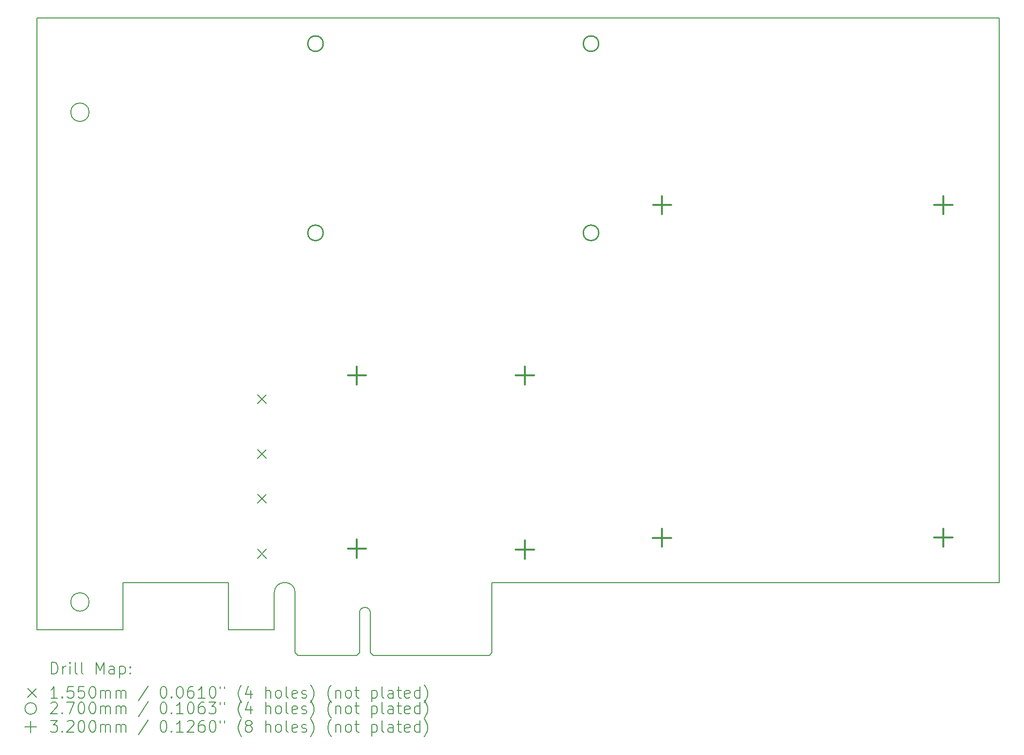
<source format=gbr>
%TF.GenerationSoftware,KiCad,Pcbnew,8.0.4*%
%TF.CreationDate,2024-08-19T13:54:43+02:00*%
%TF.ProjectId,ULX4M-PCIe-IO_x4_half,554c5834-4d2d-4504-9349-652d494f5f78,rev?*%
%TF.SameCoordinates,Original*%
%TF.FileFunction,Drillmap*%
%TF.FilePolarity,Positive*%
%FSLAX45Y45*%
G04 Gerber Fmt 4.5, Leading zero omitted, Abs format (unit mm)*
G04 Created by KiCad (PCBNEW 8.0.4) date 2024-08-19 13:54:43*
%MOMM*%
%LPD*%
G01*
G04 APERTURE LIST*
%ADD10C,0.150000*%
%ADD11C,0.200000*%
%ADD12C,0.155000*%
%ADD13C,0.270000*%
%ADD14C,0.320000*%
G04 APERTURE END LIST*
D10*
X23212770Y-18137500D02*
X14377500Y-18137500D01*
X10997500Y-19412500D02*
X12017500Y-19412500D01*
X12257500Y-19362500D02*
X12307500Y-19412500D01*
X10582500Y-18320000D02*
G75*
G02*
X10947500Y-18320000I182500J0D01*
G01*
X7947500Y-18962500D02*
X7947500Y-18137500D01*
X14327500Y-19412500D02*
X12307500Y-19412500D01*
X9782500Y-18137500D02*
X9782500Y-18962500D01*
X23212500Y-8297500D02*
X23212770Y-18137500D01*
X7947500Y-18137500D02*
X9782500Y-18137500D01*
X9782500Y-18962500D02*
X10582500Y-18962500D01*
X7357500Y-9937500D02*
G75*
G02*
X7037500Y-9937500I-160000J0D01*
G01*
X7037500Y-9937500D02*
G75*
G02*
X7357500Y-9937500I160000J0D01*
G01*
X6447500Y-8297500D02*
X23212500Y-8297500D01*
X12257500Y-18667500D02*
X12257500Y-19362500D01*
X12067500Y-19362500D02*
X12067500Y-18667500D01*
X10947500Y-19362500D02*
X10997500Y-19412500D01*
X12067500Y-18667500D02*
G75*
G02*
X12257500Y-18667500I95000J0D01*
G01*
X6447500Y-8297500D02*
X6447500Y-18962500D01*
X12017500Y-19412500D02*
X12067500Y-19362500D01*
X14377500Y-18137500D02*
X14377500Y-19362500D01*
X7357500Y-18477500D02*
G75*
G02*
X7037500Y-18477500I-160000J0D01*
G01*
X7037500Y-18477500D02*
G75*
G02*
X7357500Y-18477500I160000J0D01*
G01*
X14377500Y-19362500D02*
X14327500Y-19412500D01*
X6447500Y-18962500D02*
X7947500Y-18962500D01*
X10582500Y-18962500D02*
X10582500Y-18320000D01*
X10947500Y-18320000D02*
X10947500Y-19362500D01*
D11*
D12*
X10292500Y-16600000D02*
X10447500Y-16755000D01*
X10447500Y-16600000D02*
X10292500Y-16755000D01*
X10292500Y-17560000D02*
X10447500Y-17715000D01*
X10447500Y-17560000D02*
X10292500Y-17715000D01*
X10293500Y-14862000D02*
X10448500Y-15017000D01*
X10448500Y-14862000D02*
X10293500Y-15017000D01*
X10293500Y-15822000D02*
X10448500Y-15977000D01*
X10448500Y-15822000D02*
X10293500Y-15977000D01*
D13*
X11436500Y-8741500D02*
G75*
G02*
X11166500Y-8741500I-135000J0D01*
G01*
X11166500Y-8741500D02*
G75*
G02*
X11436500Y-8741500I135000J0D01*
G01*
X11436500Y-12041500D02*
G75*
G02*
X11166500Y-12041500I-135000J0D01*
G01*
X11166500Y-12041500D02*
G75*
G02*
X11436500Y-12041500I135000J0D01*
G01*
X16236500Y-8741500D02*
G75*
G02*
X15966500Y-8741500I-135000J0D01*
G01*
X15966500Y-8741500D02*
G75*
G02*
X16236500Y-8741500I135000J0D01*
G01*
X16236500Y-12041500D02*
G75*
G02*
X15966500Y-12041500I-135000J0D01*
G01*
X15966500Y-12041500D02*
G75*
G02*
X16236500Y-12041500I135000J0D01*
G01*
D14*
X12023500Y-14369500D02*
X12023500Y-14689500D01*
X11863500Y-14529500D02*
X12183500Y-14529500D01*
X12023500Y-17387500D02*
X12023500Y-17707500D01*
X11863500Y-17547500D02*
X12183500Y-17547500D01*
X14947774Y-17405816D02*
X14947774Y-17725816D01*
X14787774Y-17565816D02*
X15107774Y-17565816D01*
X14951500Y-14369500D02*
X14951500Y-14689500D01*
X14791500Y-14529500D02*
X15111500Y-14529500D01*
X17339000Y-17198000D02*
X17339000Y-17518000D01*
X17179000Y-17358000D02*
X17499000Y-17358000D01*
X17341000Y-11397000D02*
X17341000Y-11717000D01*
X17181000Y-11557000D02*
X17501000Y-11557000D01*
X22240000Y-17197000D02*
X22240000Y-17517000D01*
X22080000Y-17357000D02*
X22400000Y-17357000D01*
X22241000Y-11397000D02*
X22241000Y-11717000D01*
X22081000Y-11557000D02*
X22401000Y-11557000D01*
D11*
X6700777Y-19731484D02*
X6700777Y-19531484D01*
X6700777Y-19531484D02*
X6748396Y-19531484D01*
X6748396Y-19531484D02*
X6776967Y-19541008D01*
X6776967Y-19541008D02*
X6796015Y-19560055D01*
X6796015Y-19560055D02*
X6805539Y-19579103D01*
X6805539Y-19579103D02*
X6815062Y-19617198D01*
X6815062Y-19617198D02*
X6815062Y-19645770D01*
X6815062Y-19645770D02*
X6805539Y-19683865D01*
X6805539Y-19683865D02*
X6796015Y-19702912D01*
X6796015Y-19702912D02*
X6776967Y-19721960D01*
X6776967Y-19721960D02*
X6748396Y-19731484D01*
X6748396Y-19731484D02*
X6700777Y-19731484D01*
X6900777Y-19731484D02*
X6900777Y-19598150D01*
X6900777Y-19636246D02*
X6910301Y-19617198D01*
X6910301Y-19617198D02*
X6919824Y-19607674D01*
X6919824Y-19607674D02*
X6938872Y-19598150D01*
X6938872Y-19598150D02*
X6957920Y-19598150D01*
X7024586Y-19731484D02*
X7024586Y-19598150D01*
X7024586Y-19531484D02*
X7015062Y-19541008D01*
X7015062Y-19541008D02*
X7024586Y-19550531D01*
X7024586Y-19550531D02*
X7034110Y-19541008D01*
X7034110Y-19541008D02*
X7024586Y-19531484D01*
X7024586Y-19531484D02*
X7024586Y-19550531D01*
X7148396Y-19731484D02*
X7129348Y-19721960D01*
X7129348Y-19721960D02*
X7119824Y-19702912D01*
X7119824Y-19702912D02*
X7119824Y-19531484D01*
X7253158Y-19731484D02*
X7234110Y-19721960D01*
X7234110Y-19721960D02*
X7224586Y-19702912D01*
X7224586Y-19702912D02*
X7224586Y-19531484D01*
X7481729Y-19731484D02*
X7481729Y-19531484D01*
X7481729Y-19531484D02*
X7548396Y-19674341D01*
X7548396Y-19674341D02*
X7615062Y-19531484D01*
X7615062Y-19531484D02*
X7615062Y-19731484D01*
X7796015Y-19731484D02*
X7796015Y-19626722D01*
X7796015Y-19626722D02*
X7786491Y-19607674D01*
X7786491Y-19607674D02*
X7767443Y-19598150D01*
X7767443Y-19598150D02*
X7729348Y-19598150D01*
X7729348Y-19598150D02*
X7710301Y-19607674D01*
X7796015Y-19721960D02*
X7776967Y-19731484D01*
X7776967Y-19731484D02*
X7729348Y-19731484D01*
X7729348Y-19731484D02*
X7710301Y-19721960D01*
X7710301Y-19721960D02*
X7700777Y-19702912D01*
X7700777Y-19702912D02*
X7700777Y-19683865D01*
X7700777Y-19683865D02*
X7710301Y-19664817D01*
X7710301Y-19664817D02*
X7729348Y-19655293D01*
X7729348Y-19655293D02*
X7776967Y-19655293D01*
X7776967Y-19655293D02*
X7796015Y-19645770D01*
X7891253Y-19598150D02*
X7891253Y-19798150D01*
X7891253Y-19607674D02*
X7910301Y-19598150D01*
X7910301Y-19598150D02*
X7948396Y-19598150D01*
X7948396Y-19598150D02*
X7967443Y-19607674D01*
X7967443Y-19607674D02*
X7976967Y-19617198D01*
X7976967Y-19617198D02*
X7986491Y-19636246D01*
X7986491Y-19636246D02*
X7986491Y-19693389D01*
X7986491Y-19693389D02*
X7976967Y-19712436D01*
X7976967Y-19712436D02*
X7967443Y-19721960D01*
X7967443Y-19721960D02*
X7948396Y-19731484D01*
X7948396Y-19731484D02*
X7910301Y-19731484D01*
X7910301Y-19731484D02*
X7891253Y-19721960D01*
X8072205Y-19712436D02*
X8081729Y-19721960D01*
X8081729Y-19721960D02*
X8072205Y-19731484D01*
X8072205Y-19731484D02*
X8062682Y-19721960D01*
X8062682Y-19721960D02*
X8072205Y-19712436D01*
X8072205Y-19712436D02*
X8072205Y-19731484D01*
X8072205Y-19607674D02*
X8081729Y-19617198D01*
X8081729Y-19617198D02*
X8072205Y-19626722D01*
X8072205Y-19626722D02*
X8062682Y-19617198D01*
X8062682Y-19617198D02*
X8072205Y-19607674D01*
X8072205Y-19607674D02*
X8072205Y-19626722D01*
D12*
X6285000Y-19982500D02*
X6440000Y-20137500D01*
X6440000Y-19982500D02*
X6285000Y-20137500D01*
D11*
X6805539Y-20151484D02*
X6691253Y-20151484D01*
X6748396Y-20151484D02*
X6748396Y-19951484D01*
X6748396Y-19951484D02*
X6729348Y-19980055D01*
X6729348Y-19980055D02*
X6710301Y-19999103D01*
X6710301Y-19999103D02*
X6691253Y-20008627D01*
X6891253Y-20132436D02*
X6900777Y-20141960D01*
X6900777Y-20141960D02*
X6891253Y-20151484D01*
X6891253Y-20151484D02*
X6881729Y-20141960D01*
X6881729Y-20141960D02*
X6891253Y-20132436D01*
X6891253Y-20132436D02*
X6891253Y-20151484D01*
X7081729Y-19951484D02*
X6986491Y-19951484D01*
X6986491Y-19951484D02*
X6976967Y-20046722D01*
X6976967Y-20046722D02*
X6986491Y-20037198D01*
X6986491Y-20037198D02*
X7005539Y-20027674D01*
X7005539Y-20027674D02*
X7053158Y-20027674D01*
X7053158Y-20027674D02*
X7072205Y-20037198D01*
X7072205Y-20037198D02*
X7081729Y-20046722D01*
X7081729Y-20046722D02*
X7091253Y-20065770D01*
X7091253Y-20065770D02*
X7091253Y-20113389D01*
X7091253Y-20113389D02*
X7081729Y-20132436D01*
X7081729Y-20132436D02*
X7072205Y-20141960D01*
X7072205Y-20141960D02*
X7053158Y-20151484D01*
X7053158Y-20151484D02*
X7005539Y-20151484D01*
X7005539Y-20151484D02*
X6986491Y-20141960D01*
X6986491Y-20141960D02*
X6976967Y-20132436D01*
X7272205Y-19951484D02*
X7176967Y-19951484D01*
X7176967Y-19951484D02*
X7167443Y-20046722D01*
X7167443Y-20046722D02*
X7176967Y-20037198D01*
X7176967Y-20037198D02*
X7196015Y-20027674D01*
X7196015Y-20027674D02*
X7243634Y-20027674D01*
X7243634Y-20027674D02*
X7262682Y-20037198D01*
X7262682Y-20037198D02*
X7272205Y-20046722D01*
X7272205Y-20046722D02*
X7281729Y-20065770D01*
X7281729Y-20065770D02*
X7281729Y-20113389D01*
X7281729Y-20113389D02*
X7272205Y-20132436D01*
X7272205Y-20132436D02*
X7262682Y-20141960D01*
X7262682Y-20141960D02*
X7243634Y-20151484D01*
X7243634Y-20151484D02*
X7196015Y-20151484D01*
X7196015Y-20151484D02*
X7176967Y-20141960D01*
X7176967Y-20141960D02*
X7167443Y-20132436D01*
X7405539Y-19951484D02*
X7424586Y-19951484D01*
X7424586Y-19951484D02*
X7443634Y-19961008D01*
X7443634Y-19961008D02*
X7453158Y-19970531D01*
X7453158Y-19970531D02*
X7462682Y-19989579D01*
X7462682Y-19989579D02*
X7472205Y-20027674D01*
X7472205Y-20027674D02*
X7472205Y-20075293D01*
X7472205Y-20075293D02*
X7462682Y-20113389D01*
X7462682Y-20113389D02*
X7453158Y-20132436D01*
X7453158Y-20132436D02*
X7443634Y-20141960D01*
X7443634Y-20141960D02*
X7424586Y-20151484D01*
X7424586Y-20151484D02*
X7405539Y-20151484D01*
X7405539Y-20151484D02*
X7386491Y-20141960D01*
X7386491Y-20141960D02*
X7376967Y-20132436D01*
X7376967Y-20132436D02*
X7367443Y-20113389D01*
X7367443Y-20113389D02*
X7357920Y-20075293D01*
X7357920Y-20075293D02*
X7357920Y-20027674D01*
X7357920Y-20027674D02*
X7367443Y-19989579D01*
X7367443Y-19989579D02*
X7376967Y-19970531D01*
X7376967Y-19970531D02*
X7386491Y-19961008D01*
X7386491Y-19961008D02*
X7405539Y-19951484D01*
X7557920Y-20151484D02*
X7557920Y-20018150D01*
X7557920Y-20037198D02*
X7567443Y-20027674D01*
X7567443Y-20027674D02*
X7586491Y-20018150D01*
X7586491Y-20018150D02*
X7615063Y-20018150D01*
X7615063Y-20018150D02*
X7634110Y-20027674D01*
X7634110Y-20027674D02*
X7643634Y-20046722D01*
X7643634Y-20046722D02*
X7643634Y-20151484D01*
X7643634Y-20046722D02*
X7653158Y-20027674D01*
X7653158Y-20027674D02*
X7672205Y-20018150D01*
X7672205Y-20018150D02*
X7700777Y-20018150D01*
X7700777Y-20018150D02*
X7719824Y-20027674D01*
X7719824Y-20027674D02*
X7729348Y-20046722D01*
X7729348Y-20046722D02*
X7729348Y-20151484D01*
X7824586Y-20151484D02*
X7824586Y-20018150D01*
X7824586Y-20037198D02*
X7834110Y-20027674D01*
X7834110Y-20027674D02*
X7853158Y-20018150D01*
X7853158Y-20018150D02*
X7881729Y-20018150D01*
X7881729Y-20018150D02*
X7900777Y-20027674D01*
X7900777Y-20027674D02*
X7910301Y-20046722D01*
X7910301Y-20046722D02*
X7910301Y-20151484D01*
X7910301Y-20046722D02*
X7919824Y-20027674D01*
X7919824Y-20027674D02*
X7938872Y-20018150D01*
X7938872Y-20018150D02*
X7967443Y-20018150D01*
X7967443Y-20018150D02*
X7986491Y-20027674D01*
X7986491Y-20027674D02*
X7996015Y-20046722D01*
X7996015Y-20046722D02*
X7996015Y-20151484D01*
X8386491Y-19941960D02*
X8215063Y-20199103D01*
X8643634Y-19951484D02*
X8662682Y-19951484D01*
X8662682Y-19951484D02*
X8681729Y-19961008D01*
X8681729Y-19961008D02*
X8691253Y-19970531D01*
X8691253Y-19970531D02*
X8700777Y-19989579D01*
X8700777Y-19989579D02*
X8710301Y-20027674D01*
X8710301Y-20027674D02*
X8710301Y-20075293D01*
X8710301Y-20075293D02*
X8700777Y-20113389D01*
X8700777Y-20113389D02*
X8691253Y-20132436D01*
X8691253Y-20132436D02*
X8681729Y-20141960D01*
X8681729Y-20141960D02*
X8662682Y-20151484D01*
X8662682Y-20151484D02*
X8643634Y-20151484D01*
X8643634Y-20151484D02*
X8624587Y-20141960D01*
X8624587Y-20141960D02*
X8615063Y-20132436D01*
X8615063Y-20132436D02*
X8605539Y-20113389D01*
X8605539Y-20113389D02*
X8596015Y-20075293D01*
X8596015Y-20075293D02*
X8596015Y-20027674D01*
X8596015Y-20027674D02*
X8605539Y-19989579D01*
X8605539Y-19989579D02*
X8615063Y-19970531D01*
X8615063Y-19970531D02*
X8624587Y-19961008D01*
X8624587Y-19961008D02*
X8643634Y-19951484D01*
X8796015Y-20132436D02*
X8805539Y-20141960D01*
X8805539Y-20141960D02*
X8796015Y-20151484D01*
X8796015Y-20151484D02*
X8786491Y-20141960D01*
X8786491Y-20141960D02*
X8796015Y-20132436D01*
X8796015Y-20132436D02*
X8796015Y-20151484D01*
X8929348Y-19951484D02*
X8948396Y-19951484D01*
X8948396Y-19951484D02*
X8967444Y-19961008D01*
X8967444Y-19961008D02*
X8976968Y-19970531D01*
X8976968Y-19970531D02*
X8986491Y-19989579D01*
X8986491Y-19989579D02*
X8996015Y-20027674D01*
X8996015Y-20027674D02*
X8996015Y-20075293D01*
X8996015Y-20075293D02*
X8986491Y-20113389D01*
X8986491Y-20113389D02*
X8976968Y-20132436D01*
X8976968Y-20132436D02*
X8967444Y-20141960D01*
X8967444Y-20141960D02*
X8948396Y-20151484D01*
X8948396Y-20151484D02*
X8929348Y-20151484D01*
X8929348Y-20151484D02*
X8910301Y-20141960D01*
X8910301Y-20141960D02*
X8900777Y-20132436D01*
X8900777Y-20132436D02*
X8891253Y-20113389D01*
X8891253Y-20113389D02*
X8881729Y-20075293D01*
X8881729Y-20075293D02*
X8881729Y-20027674D01*
X8881729Y-20027674D02*
X8891253Y-19989579D01*
X8891253Y-19989579D02*
X8900777Y-19970531D01*
X8900777Y-19970531D02*
X8910301Y-19961008D01*
X8910301Y-19961008D02*
X8929348Y-19951484D01*
X9167444Y-19951484D02*
X9129348Y-19951484D01*
X9129348Y-19951484D02*
X9110301Y-19961008D01*
X9110301Y-19961008D02*
X9100777Y-19970531D01*
X9100777Y-19970531D02*
X9081729Y-19999103D01*
X9081729Y-19999103D02*
X9072206Y-20037198D01*
X9072206Y-20037198D02*
X9072206Y-20113389D01*
X9072206Y-20113389D02*
X9081729Y-20132436D01*
X9081729Y-20132436D02*
X9091253Y-20141960D01*
X9091253Y-20141960D02*
X9110301Y-20151484D01*
X9110301Y-20151484D02*
X9148396Y-20151484D01*
X9148396Y-20151484D02*
X9167444Y-20141960D01*
X9167444Y-20141960D02*
X9176968Y-20132436D01*
X9176968Y-20132436D02*
X9186491Y-20113389D01*
X9186491Y-20113389D02*
X9186491Y-20065770D01*
X9186491Y-20065770D02*
X9176968Y-20046722D01*
X9176968Y-20046722D02*
X9167444Y-20037198D01*
X9167444Y-20037198D02*
X9148396Y-20027674D01*
X9148396Y-20027674D02*
X9110301Y-20027674D01*
X9110301Y-20027674D02*
X9091253Y-20037198D01*
X9091253Y-20037198D02*
X9081729Y-20046722D01*
X9081729Y-20046722D02*
X9072206Y-20065770D01*
X9376968Y-20151484D02*
X9262682Y-20151484D01*
X9319825Y-20151484D02*
X9319825Y-19951484D01*
X9319825Y-19951484D02*
X9300777Y-19980055D01*
X9300777Y-19980055D02*
X9281729Y-19999103D01*
X9281729Y-19999103D02*
X9262682Y-20008627D01*
X9500777Y-19951484D02*
X9519825Y-19951484D01*
X9519825Y-19951484D02*
X9538872Y-19961008D01*
X9538872Y-19961008D02*
X9548396Y-19970531D01*
X9548396Y-19970531D02*
X9557920Y-19989579D01*
X9557920Y-19989579D02*
X9567444Y-20027674D01*
X9567444Y-20027674D02*
X9567444Y-20075293D01*
X9567444Y-20075293D02*
X9557920Y-20113389D01*
X9557920Y-20113389D02*
X9548396Y-20132436D01*
X9548396Y-20132436D02*
X9538872Y-20141960D01*
X9538872Y-20141960D02*
X9519825Y-20151484D01*
X9519825Y-20151484D02*
X9500777Y-20151484D01*
X9500777Y-20151484D02*
X9481729Y-20141960D01*
X9481729Y-20141960D02*
X9472206Y-20132436D01*
X9472206Y-20132436D02*
X9462682Y-20113389D01*
X9462682Y-20113389D02*
X9453158Y-20075293D01*
X9453158Y-20075293D02*
X9453158Y-20027674D01*
X9453158Y-20027674D02*
X9462682Y-19989579D01*
X9462682Y-19989579D02*
X9472206Y-19970531D01*
X9472206Y-19970531D02*
X9481729Y-19961008D01*
X9481729Y-19961008D02*
X9500777Y-19951484D01*
X9643634Y-19951484D02*
X9643634Y-19989579D01*
X9719825Y-19951484D02*
X9719825Y-19989579D01*
X10015063Y-20227674D02*
X10005539Y-20218150D01*
X10005539Y-20218150D02*
X9986491Y-20189579D01*
X9986491Y-20189579D02*
X9976968Y-20170531D01*
X9976968Y-20170531D02*
X9967444Y-20141960D01*
X9967444Y-20141960D02*
X9957920Y-20094341D01*
X9957920Y-20094341D02*
X9957920Y-20056246D01*
X9957920Y-20056246D02*
X9967444Y-20008627D01*
X9967444Y-20008627D02*
X9976968Y-19980055D01*
X9976968Y-19980055D02*
X9986491Y-19961008D01*
X9986491Y-19961008D02*
X10005539Y-19932436D01*
X10005539Y-19932436D02*
X10015063Y-19922912D01*
X10176968Y-20018150D02*
X10176968Y-20151484D01*
X10129349Y-19941960D02*
X10081730Y-20084817D01*
X10081730Y-20084817D02*
X10205539Y-20084817D01*
X10434111Y-20151484D02*
X10434111Y-19951484D01*
X10519825Y-20151484D02*
X10519825Y-20046722D01*
X10519825Y-20046722D02*
X10510301Y-20027674D01*
X10510301Y-20027674D02*
X10491253Y-20018150D01*
X10491253Y-20018150D02*
X10462682Y-20018150D01*
X10462682Y-20018150D02*
X10443634Y-20027674D01*
X10443634Y-20027674D02*
X10434111Y-20037198D01*
X10643634Y-20151484D02*
X10624587Y-20141960D01*
X10624587Y-20141960D02*
X10615063Y-20132436D01*
X10615063Y-20132436D02*
X10605539Y-20113389D01*
X10605539Y-20113389D02*
X10605539Y-20056246D01*
X10605539Y-20056246D02*
X10615063Y-20037198D01*
X10615063Y-20037198D02*
X10624587Y-20027674D01*
X10624587Y-20027674D02*
X10643634Y-20018150D01*
X10643634Y-20018150D02*
X10672206Y-20018150D01*
X10672206Y-20018150D02*
X10691253Y-20027674D01*
X10691253Y-20027674D02*
X10700777Y-20037198D01*
X10700777Y-20037198D02*
X10710301Y-20056246D01*
X10710301Y-20056246D02*
X10710301Y-20113389D01*
X10710301Y-20113389D02*
X10700777Y-20132436D01*
X10700777Y-20132436D02*
X10691253Y-20141960D01*
X10691253Y-20141960D02*
X10672206Y-20151484D01*
X10672206Y-20151484D02*
X10643634Y-20151484D01*
X10824587Y-20151484D02*
X10805539Y-20141960D01*
X10805539Y-20141960D02*
X10796015Y-20122912D01*
X10796015Y-20122912D02*
X10796015Y-19951484D01*
X10976968Y-20141960D02*
X10957920Y-20151484D01*
X10957920Y-20151484D02*
X10919825Y-20151484D01*
X10919825Y-20151484D02*
X10900777Y-20141960D01*
X10900777Y-20141960D02*
X10891253Y-20122912D01*
X10891253Y-20122912D02*
X10891253Y-20046722D01*
X10891253Y-20046722D02*
X10900777Y-20027674D01*
X10900777Y-20027674D02*
X10919825Y-20018150D01*
X10919825Y-20018150D02*
X10957920Y-20018150D01*
X10957920Y-20018150D02*
X10976968Y-20027674D01*
X10976968Y-20027674D02*
X10986492Y-20046722D01*
X10986492Y-20046722D02*
X10986492Y-20065770D01*
X10986492Y-20065770D02*
X10891253Y-20084817D01*
X11062682Y-20141960D02*
X11081730Y-20151484D01*
X11081730Y-20151484D02*
X11119825Y-20151484D01*
X11119825Y-20151484D02*
X11138873Y-20141960D01*
X11138873Y-20141960D02*
X11148396Y-20122912D01*
X11148396Y-20122912D02*
X11148396Y-20113389D01*
X11148396Y-20113389D02*
X11138873Y-20094341D01*
X11138873Y-20094341D02*
X11119825Y-20084817D01*
X11119825Y-20084817D02*
X11091253Y-20084817D01*
X11091253Y-20084817D02*
X11072206Y-20075293D01*
X11072206Y-20075293D02*
X11062682Y-20056246D01*
X11062682Y-20056246D02*
X11062682Y-20046722D01*
X11062682Y-20046722D02*
X11072206Y-20027674D01*
X11072206Y-20027674D02*
X11091253Y-20018150D01*
X11091253Y-20018150D02*
X11119825Y-20018150D01*
X11119825Y-20018150D02*
X11138873Y-20027674D01*
X11215063Y-20227674D02*
X11224587Y-20218150D01*
X11224587Y-20218150D02*
X11243634Y-20189579D01*
X11243634Y-20189579D02*
X11253158Y-20170531D01*
X11253158Y-20170531D02*
X11262682Y-20141960D01*
X11262682Y-20141960D02*
X11272206Y-20094341D01*
X11272206Y-20094341D02*
X11272206Y-20056246D01*
X11272206Y-20056246D02*
X11262682Y-20008627D01*
X11262682Y-20008627D02*
X11253158Y-19980055D01*
X11253158Y-19980055D02*
X11243634Y-19961008D01*
X11243634Y-19961008D02*
X11224587Y-19932436D01*
X11224587Y-19932436D02*
X11215063Y-19922912D01*
X11576968Y-20227674D02*
X11567444Y-20218150D01*
X11567444Y-20218150D02*
X11548396Y-20189579D01*
X11548396Y-20189579D02*
X11538872Y-20170531D01*
X11538872Y-20170531D02*
X11529349Y-20141960D01*
X11529349Y-20141960D02*
X11519825Y-20094341D01*
X11519825Y-20094341D02*
X11519825Y-20056246D01*
X11519825Y-20056246D02*
X11529349Y-20008627D01*
X11529349Y-20008627D02*
X11538872Y-19980055D01*
X11538872Y-19980055D02*
X11548396Y-19961008D01*
X11548396Y-19961008D02*
X11567444Y-19932436D01*
X11567444Y-19932436D02*
X11576968Y-19922912D01*
X11653158Y-20018150D02*
X11653158Y-20151484D01*
X11653158Y-20037198D02*
X11662682Y-20027674D01*
X11662682Y-20027674D02*
X11681730Y-20018150D01*
X11681730Y-20018150D02*
X11710301Y-20018150D01*
X11710301Y-20018150D02*
X11729349Y-20027674D01*
X11729349Y-20027674D02*
X11738872Y-20046722D01*
X11738872Y-20046722D02*
X11738872Y-20151484D01*
X11862682Y-20151484D02*
X11843634Y-20141960D01*
X11843634Y-20141960D02*
X11834111Y-20132436D01*
X11834111Y-20132436D02*
X11824587Y-20113389D01*
X11824587Y-20113389D02*
X11824587Y-20056246D01*
X11824587Y-20056246D02*
X11834111Y-20037198D01*
X11834111Y-20037198D02*
X11843634Y-20027674D01*
X11843634Y-20027674D02*
X11862682Y-20018150D01*
X11862682Y-20018150D02*
X11891253Y-20018150D01*
X11891253Y-20018150D02*
X11910301Y-20027674D01*
X11910301Y-20027674D02*
X11919825Y-20037198D01*
X11919825Y-20037198D02*
X11929349Y-20056246D01*
X11929349Y-20056246D02*
X11929349Y-20113389D01*
X11929349Y-20113389D02*
X11919825Y-20132436D01*
X11919825Y-20132436D02*
X11910301Y-20141960D01*
X11910301Y-20141960D02*
X11891253Y-20151484D01*
X11891253Y-20151484D02*
X11862682Y-20151484D01*
X11986492Y-20018150D02*
X12062682Y-20018150D01*
X12015063Y-19951484D02*
X12015063Y-20122912D01*
X12015063Y-20122912D02*
X12024587Y-20141960D01*
X12024587Y-20141960D02*
X12043634Y-20151484D01*
X12043634Y-20151484D02*
X12062682Y-20151484D01*
X12281730Y-20018150D02*
X12281730Y-20218150D01*
X12281730Y-20027674D02*
X12300777Y-20018150D01*
X12300777Y-20018150D02*
X12338873Y-20018150D01*
X12338873Y-20018150D02*
X12357920Y-20027674D01*
X12357920Y-20027674D02*
X12367444Y-20037198D01*
X12367444Y-20037198D02*
X12376968Y-20056246D01*
X12376968Y-20056246D02*
X12376968Y-20113389D01*
X12376968Y-20113389D02*
X12367444Y-20132436D01*
X12367444Y-20132436D02*
X12357920Y-20141960D01*
X12357920Y-20141960D02*
X12338873Y-20151484D01*
X12338873Y-20151484D02*
X12300777Y-20151484D01*
X12300777Y-20151484D02*
X12281730Y-20141960D01*
X12491253Y-20151484D02*
X12472206Y-20141960D01*
X12472206Y-20141960D02*
X12462682Y-20122912D01*
X12462682Y-20122912D02*
X12462682Y-19951484D01*
X12653158Y-20151484D02*
X12653158Y-20046722D01*
X12653158Y-20046722D02*
X12643634Y-20027674D01*
X12643634Y-20027674D02*
X12624587Y-20018150D01*
X12624587Y-20018150D02*
X12586492Y-20018150D01*
X12586492Y-20018150D02*
X12567444Y-20027674D01*
X12653158Y-20141960D02*
X12634111Y-20151484D01*
X12634111Y-20151484D02*
X12586492Y-20151484D01*
X12586492Y-20151484D02*
X12567444Y-20141960D01*
X12567444Y-20141960D02*
X12557920Y-20122912D01*
X12557920Y-20122912D02*
X12557920Y-20103865D01*
X12557920Y-20103865D02*
X12567444Y-20084817D01*
X12567444Y-20084817D02*
X12586492Y-20075293D01*
X12586492Y-20075293D02*
X12634111Y-20075293D01*
X12634111Y-20075293D02*
X12653158Y-20065770D01*
X12719825Y-20018150D02*
X12796015Y-20018150D01*
X12748396Y-19951484D02*
X12748396Y-20122912D01*
X12748396Y-20122912D02*
X12757920Y-20141960D01*
X12757920Y-20141960D02*
X12776968Y-20151484D01*
X12776968Y-20151484D02*
X12796015Y-20151484D01*
X12938873Y-20141960D02*
X12919825Y-20151484D01*
X12919825Y-20151484D02*
X12881730Y-20151484D01*
X12881730Y-20151484D02*
X12862682Y-20141960D01*
X12862682Y-20141960D02*
X12853158Y-20122912D01*
X12853158Y-20122912D02*
X12853158Y-20046722D01*
X12853158Y-20046722D02*
X12862682Y-20027674D01*
X12862682Y-20027674D02*
X12881730Y-20018150D01*
X12881730Y-20018150D02*
X12919825Y-20018150D01*
X12919825Y-20018150D02*
X12938873Y-20027674D01*
X12938873Y-20027674D02*
X12948396Y-20046722D01*
X12948396Y-20046722D02*
X12948396Y-20065770D01*
X12948396Y-20065770D02*
X12853158Y-20084817D01*
X13119825Y-20151484D02*
X13119825Y-19951484D01*
X13119825Y-20141960D02*
X13100777Y-20151484D01*
X13100777Y-20151484D02*
X13062682Y-20151484D01*
X13062682Y-20151484D02*
X13043634Y-20141960D01*
X13043634Y-20141960D02*
X13034111Y-20132436D01*
X13034111Y-20132436D02*
X13024587Y-20113389D01*
X13024587Y-20113389D02*
X13024587Y-20056246D01*
X13024587Y-20056246D02*
X13034111Y-20037198D01*
X13034111Y-20037198D02*
X13043634Y-20027674D01*
X13043634Y-20027674D02*
X13062682Y-20018150D01*
X13062682Y-20018150D02*
X13100777Y-20018150D01*
X13100777Y-20018150D02*
X13119825Y-20027674D01*
X13196015Y-20227674D02*
X13205539Y-20218150D01*
X13205539Y-20218150D02*
X13224587Y-20189579D01*
X13224587Y-20189579D02*
X13234111Y-20170531D01*
X13234111Y-20170531D02*
X13243634Y-20141960D01*
X13243634Y-20141960D02*
X13253158Y-20094341D01*
X13253158Y-20094341D02*
X13253158Y-20056246D01*
X13253158Y-20056246D02*
X13243634Y-20008627D01*
X13243634Y-20008627D02*
X13234111Y-19980055D01*
X13234111Y-19980055D02*
X13224587Y-19961008D01*
X13224587Y-19961008D02*
X13205539Y-19932436D01*
X13205539Y-19932436D02*
X13196015Y-19922912D01*
X6440000Y-20335000D02*
G75*
G02*
X6240000Y-20335000I-100000J0D01*
G01*
X6240000Y-20335000D02*
G75*
G02*
X6440000Y-20335000I100000J0D01*
G01*
X6691253Y-20245531D02*
X6700777Y-20236008D01*
X6700777Y-20236008D02*
X6719824Y-20226484D01*
X6719824Y-20226484D02*
X6767443Y-20226484D01*
X6767443Y-20226484D02*
X6786491Y-20236008D01*
X6786491Y-20236008D02*
X6796015Y-20245531D01*
X6796015Y-20245531D02*
X6805539Y-20264579D01*
X6805539Y-20264579D02*
X6805539Y-20283627D01*
X6805539Y-20283627D02*
X6796015Y-20312198D01*
X6796015Y-20312198D02*
X6681729Y-20426484D01*
X6681729Y-20426484D02*
X6805539Y-20426484D01*
X6891253Y-20407436D02*
X6900777Y-20416960D01*
X6900777Y-20416960D02*
X6891253Y-20426484D01*
X6891253Y-20426484D02*
X6881729Y-20416960D01*
X6881729Y-20416960D02*
X6891253Y-20407436D01*
X6891253Y-20407436D02*
X6891253Y-20426484D01*
X6967443Y-20226484D02*
X7100777Y-20226484D01*
X7100777Y-20226484D02*
X7015062Y-20426484D01*
X7215062Y-20226484D02*
X7234110Y-20226484D01*
X7234110Y-20226484D02*
X7253158Y-20236008D01*
X7253158Y-20236008D02*
X7262682Y-20245531D01*
X7262682Y-20245531D02*
X7272205Y-20264579D01*
X7272205Y-20264579D02*
X7281729Y-20302674D01*
X7281729Y-20302674D02*
X7281729Y-20350293D01*
X7281729Y-20350293D02*
X7272205Y-20388389D01*
X7272205Y-20388389D02*
X7262682Y-20407436D01*
X7262682Y-20407436D02*
X7253158Y-20416960D01*
X7253158Y-20416960D02*
X7234110Y-20426484D01*
X7234110Y-20426484D02*
X7215062Y-20426484D01*
X7215062Y-20426484D02*
X7196015Y-20416960D01*
X7196015Y-20416960D02*
X7186491Y-20407436D01*
X7186491Y-20407436D02*
X7176967Y-20388389D01*
X7176967Y-20388389D02*
X7167443Y-20350293D01*
X7167443Y-20350293D02*
X7167443Y-20302674D01*
X7167443Y-20302674D02*
X7176967Y-20264579D01*
X7176967Y-20264579D02*
X7186491Y-20245531D01*
X7186491Y-20245531D02*
X7196015Y-20236008D01*
X7196015Y-20236008D02*
X7215062Y-20226484D01*
X7405539Y-20226484D02*
X7424586Y-20226484D01*
X7424586Y-20226484D02*
X7443634Y-20236008D01*
X7443634Y-20236008D02*
X7453158Y-20245531D01*
X7453158Y-20245531D02*
X7462682Y-20264579D01*
X7462682Y-20264579D02*
X7472205Y-20302674D01*
X7472205Y-20302674D02*
X7472205Y-20350293D01*
X7472205Y-20350293D02*
X7462682Y-20388389D01*
X7462682Y-20388389D02*
X7453158Y-20407436D01*
X7453158Y-20407436D02*
X7443634Y-20416960D01*
X7443634Y-20416960D02*
X7424586Y-20426484D01*
X7424586Y-20426484D02*
X7405539Y-20426484D01*
X7405539Y-20426484D02*
X7386491Y-20416960D01*
X7386491Y-20416960D02*
X7376967Y-20407436D01*
X7376967Y-20407436D02*
X7367443Y-20388389D01*
X7367443Y-20388389D02*
X7357920Y-20350293D01*
X7357920Y-20350293D02*
X7357920Y-20302674D01*
X7357920Y-20302674D02*
X7367443Y-20264579D01*
X7367443Y-20264579D02*
X7376967Y-20245531D01*
X7376967Y-20245531D02*
X7386491Y-20236008D01*
X7386491Y-20236008D02*
X7405539Y-20226484D01*
X7557920Y-20426484D02*
X7557920Y-20293150D01*
X7557920Y-20312198D02*
X7567443Y-20302674D01*
X7567443Y-20302674D02*
X7586491Y-20293150D01*
X7586491Y-20293150D02*
X7615063Y-20293150D01*
X7615063Y-20293150D02*
X7634110Y-20302674D01*
X7634110Y-20302674D02*
X7643634Y-20321722D01*
X7643634Y-20321722D02*
X7643634Y-20426484D01*
X7643634Y-20321722D02*
X7653158Y-20302674D01*
X7653158Y-20302674D02*
X7672205Y-20293150D01*
X7672205Y-20293150D02*
X7700777Y-20293150D01*
X7700777Y-20293150D02*
X7719824Y-20302674D01*
X7719824Y-20302674D02*
X7729348Y-20321722D01*
X7729348Y-20321722D02*
X7729348Y-20426484D01*
X7824586Y-20426484D02*
X7824586Y-20293150D01*
X7824586Y-20312198D02*
X7834110Y-20302674D01*
X7834110Y-20302674D02*
X7853158Y-20293150D01*
X7853158Y-20293150D02*
X7881729Y-20293150D01*
X7881729Y-20293150D02*
X7900777Y-20302674D01*
X7900777Y-20302674D02*
X7910301Y-20321722D01*
X7910301Y-20321722D02*
X7910301Y-20426484D01*
X7910301Y-20321722D02*
X7919824Y-20302674D01*
X7919824Y-20302674D02*
X7938872Y-20293150D01*
X7938872Y-20293150D02*
X7967443Y-20293150D01*
X7967443Y-20293150D02*
X7986491Y-20302674D01*
X7986491Y-20302674D02*
X7996015Y-20321722D01*
X7996015Y-20321722D02*
X7996015Y-20426484D01*
X8386491Y-20216960D02*
X8215063Y-20474103D01*
X8643634Y-20226484D02*
X8662682Y-20226484D01*
X8662682Y-20226484D02*
X8681729Y-20236008D01*
X8681729Y-20236008D02*
X8691253Y-20245531D01*
X8691253Y-20245531D02*
X8700777Y-20264579D01*
X8700777Y-20264579D02*
X8710301Y-20302674D01*
X8710301Y-20302674D02*
X8710301Y-20350293D01*
X8710301Y-20350293D02*
X8700777Y-20388389D01*
X8700777Y-20388389D02*
X8691253Y-20407436D01*
X8691253Y-20407436D02*
X8681729Y-20416960D01*
X8681729Y-20416960D02*
X8662682Y-20426484D01*
X8662682Y-20426484D02*
X8643634Y-20426484D01*
X8643634Y-20426484D02*
X8624587Y-20416960D01*
X8624587Y-20416960D02*
X8615063Y-20407436D01*
X8615063Y-20407436D02*
X8605539Y-20388389D01*
X8605539Y-20388389D02*
X8596015Y-20350293D01*
X8596015Y-20350293D02*
X8596015Y-20302674D01*
X8596015Y-20302674D02*
X8605539Y-20264579D01*
X8605539Y-20264579D02*
X8615063Y-20245531D01*
X8615063Y-20245531D02*
X8624587Y-20236008D01*
X8624587Y-20236008D02*
X8643634Y-20226484D01*
X8796015Y-20407436D02*
X8805539Y-20416960D01*
X8805539Y-20416960D02*
X8796015Y-20426484D01*
X8796015Y-20426484D02*
X8786491Y-20416960D01*
X8786491Y-20416960D02*
X8796015Y-20407436D01*
X8796015Y-20407436D02*
X8796015Y-20426484D01*
X8996015Y-20426484D02*
X8881729Y-20426484D01*
X8938872Y-20426484D02*
X8938872Y-20226484D01*
X8938872Y-20226484D02*
X8919825Y-20255055D01*
X8919825Y-20255055D02*
X8900777Y-20274103D01*
X8900777Y-20274103D02*
X8881729Y-20283627D01*
X9119825Y-20226484D02*
X9138872Y-20226484D01*
X9138872Y-20226484D02*
X9157920Y-20236008D01*
X9157920Y-20236008D02*
X9167444Y-20245531D01*
X9167444Y-20245531D02*
X9176968Y-20264579D01*
X9176968Y-20264579D02*
X9186491Y-20302674D01*
X9186491Y-20302674D02*
X9186491Y-20350293D01*
X9186491Y-20350293D02*
X9176968Y-20388389D01*
X9176968Y-20388389D02*
X9167444Y-20407436D01*
X9167444Y-20407436D02*
X9157920Y-20416960D01*
X9157920Y-20416960D02*
X9138872Y-20426484D01*
X9138872Y-20426484D02*
X9119825Y-20426484D01*
X9119825Y-20426484D02*
X9100777Y-20416960D01*
X9100777Y-20416960D02*
X9091253Y-20407436D01*
X9091253Y-20407436D02*
X9081729Y-20388389D01*
X9081729Y-20388389D02*
X9072206Y-20350293D01*
X9072206Y-20350293D02*
X9072206Y-20302674D01*
X9072206Y-20302674D02*
X9081729Y-20264579D01*
X9081729Y-20264579D02*
X9091253Y-20245531D01*
X9091253Y-20245531D02*
X9100777Y-20236008D01*
X9100777Y-20236008D02*
X9119825Y-20226484D01*
X9357920Y-20226484D02*
X9319825Y-20226484D01*
X9319825Y-20226484D02*
X9300777Y-20236008D01*
X9300777Y-20236008D02*
X9291253Y-20245531D01*
X9291253Y-20245531D02*
X9272206Y-20274103D01*
X9272206Y-20274103D02*
X9262682Y-20312198D01*
X9262682Y-20312198D02*
X9262682Y-20388389D01*
X9262682Y-20388389D02*
X9272206Y-20407436D01*
X9272206Y-20407436D02*
X9281729Y-20416960D01*
X9281729Y-20416960D02*
X9300777Y-20426484D01*
X9300777Y-20426484D02*
X9338872Y-20426484D01*
X9338872Y-20426484D02*
X9357920Y-20416960D01*
X9357920Y-20416960D02*
X9367444Y-20407436D01*
X9367444Y-20407436D02*
X9376968Y-20388389D01*
X9376968Y-20388389D02*
X9376968Y-20340770D01*
X9376968Y-20340770D02*
X9367444Y-20321722D01*
X9367444Y-20321722D02*
X9357920Y-20312198D01*
X9357920Y-20312198D02*
X9338872Y-20302674D01*
X9338872Y-20302674D02*
X9300777Y-20302674D01*
X9300777Y-20302674D02*
X9281729Y-20312198D01*
X9281729Y-20312198D02*
X9272206Y-20321722D01*
X9272206Y-20321722D02*
X9262682Y-20340770D01*
X9443634Y-20226484D02*
X9567444Y-20226484D01*
X9567444Y-20226484D02*
X9500777Y-20302674D01*
X9500777Y-20302674D02*
X9529349Y-20302674D01*
X9529349Y-20302674D02*
X9548396Y-20312198D01*
X9548396Y-20312198D02*
X9557920Y-20321722D01*
X9557920Y-20321722D02*
X9567444Y-20340770D01*
X9567444Y-20340770D02*
X9567444Y-20388389D01*
X9567444Y-20388389D02*
X9557920Y-20407436D01*
X9557920Y-20407436D02*
X9548396Y-20416960D01*
X9548396Y-20416960D02*
X9529349Y-20426484D01*
X9529349Y-20426484D02*
X9472206Y-20426484D01*
X9472206Y-20426484D02*
X9453158Y-20416960D01*
X9453158Y-20416960D02*
X9443634Y-20407436D01*
X9643634Y-20226484D02*
X9643634Y-20264579D01*
X9719825Y-20226484D02*
X9719825Y-20264579D01*
X10015063Y-20502674D02*
X10005539Y-20493150D01*
X10005539Y-20493150D02*
X9986491Y-20464579D01*
X9986491Y-20464579D02*
X9976968Y-20445531D01*
X9976968Y-20445531D02*
X9967444Y-20416960D01*
X9967444Y-20416960D02*
X9957920Y-20369341D01*
X9957920Y-20369341D02*
X9957920Y-20331246D01*
X9957920Y-20331246D02*
X9967444Y-20283627D01*
X9967444Y-20283627D02*
X9976968Y-20255055D01*
X9976968Y-20255055D02*
X9986491Y-20236008D01*
X9986491Y-20236008D02*
X10005539Y-20207436D01*
X10005539Y-20207436D02*
X10015063Y-20197912D01*
X10176968Y-20293150D02*
X10176968Y-20426484D01*
X10129349Y-20216960D02*
X10081730Y-20359817D01*
X10081730Y-20359817D02*
X10205539Y-20359817D01*
X10434111Y-20426484D02*
X10434111Y-20226484D01*
X10519825Y-20426484D02*
X10519825Y-20321722D01*
X10519825Y-20321722D02*
X10510301Y-20302674D01*
X10510301Y-20302674D02*
X10491253Y-20293150D01*
X10491253Y-20293150D02*
X10462682Y-20293150D01*
X10462682Y-20293150D02*
X10443634Y-20302674D01*
X10443634Y-20302674D02*
X10434111Y-20312198D01*
X10643634Y-20426484D02*
X10624587Y-20416960D01*
X10624587Y-20416960D02*
X10615063Y-20407436D01*
X10615063Y-20407436D02*
X10605539Y-20388389D01*
X10605539Y-20388389D02*
X10605539Y-20331246D01*
X10605539Y-20331246D02*
X10615063Y-20312198D01*
X10615063Y-20312198D02*
X10624587Y-20302674D01*
X10624587Y-20302674D02*
X10643634Y-20293150D01*
X10643634Y-20293150D02*
X10672206Y-20293150D01*
X10672206Y-20293150D02*
X10691253Y-20302674D01*
X10691253Y-20302674D02*
X10700777Y-20312198D01*
X10700777Y-20312198D02*
X10710301Y-20331246D01*
X10710301Y-20331246D02*
X10710301Y-20388389D01*
X10710301Y-20388389D02*
X10700777Y-20407436D01*
X10700777Y-20407436D02*
X10691253Y-20416960D01*
X10691253Y-20416960D02*
X10672206Y-20426484D01*
X10672206Y-20426484D02*
X10643634Y-20426484D01*
X10824587Y-20426484D02*
X10805539Y-20416960D01*
X10805539Y-20416960D02*
X10796015Y-20397912D01*
X10796015Y-20397912D02*
X10796015Y-20226484D01*
X10976968Y-20416960D02*
X10957920Y-20426484D01*
X10957920Y-20426484D02*
X10919825Y-20426484D01*
X10919825Y-20426484D02*
X10900777Y-20416960D01*
X10900777Y-20416960D02*
X10891253Y-20397912D01*
X10891253Y-20397912D02*
X10891253Y-20321722D01*
X10891253Y-20321722D02*
X10900777Y-20302674D01*
X10900777Y-20302674D02*
X10919825Y-20293150D01*
X10919825Y-20293150D02*
X10957920Y-20293150D01*
X10957920Y-20293150D02*
X10976968Y-20302674D01*
X10976968Y-20302674D02*
X10986492Y-20321722D01*
X10986492Y-20321722D02*
X10986492Y-20340770D01*
X10986492Y-20340770D02*
X10891253Y-20359817D01*
X11062682Y-20416960D02*
X11081730Y-20426484D01*
X11081730Y-20426484D02*
X11119825Y-20426484D01*
X11119825Y-20426484D02*
X11138873Y-20416960D01*
X11138873Y-20416960D02*
X11148396Y-20397912D01*
X11148396Y-20397912D02*
X11148396Y-20388389D01*
X11148396Y-20388389D02*
X11138873Y-20369341D01*
X11138873Y-20369341D02*
X11119825Y-20359817D01*
X11119825Y-20359817D02*
X11091253Y-20359817D01*
X11091253Y-20359817D02*
X11072206Y-20350293D01*
X11072206Y-20350293D02*
X11062682Y-20331246D01*
X11062682Y-20331246D02*
X11062682Y-20321722D01*
X11062682Y-20321722D02*
X11072206Y-20302674D01*
X11072206Y-20302674D02*
X11091253Y-20293150D01*
X11091253Y-20293150D02*
X11119825Y-20293150D01*
X11119825Y-20293150D02*
X11138873Y-20302674D01*
X11215063Y-20502674D02*
X11224587Y-20493150D01*
X11224587Y-20493150D02*
X11243634Y-20464579D01*
X11243634Y-20464579D02*
X11253158Y-20445531D01*
X11253158Y-20445531D02*
X11262682Y-20416960D01*
X11262682Y-20416960D02*
X11272206Y-20369341D01*
X11272206Y-20369341D02*
X11272206Y-20331246D01*
X11272206Y-20331246D02*
X11262682Y-20283627D01*
X11262682Y-20283627D02*
X11253158Y-20255055D01*
X11253158Y-20255055D02*
X11243634Y-20236008D01*
X11243634Y-20236008D02*
X11224587Y-20207436D01*
X11224587Y-20207436D02*
X11215063Y-20197912D01*
X11576968Y-20502674D02*
X11567444Y-20493150D01*
X11567444Y-20493150D02*
X11548396Y-20464579D01*
X11548396Y-20464579D02*
X11538872Y-20445531D01*
X11538872Y-20445531D02*
X11529349Y-20416960D01*
X11529349Y-20416960D02*
X11519825Y-20369341D01*
X11519825Y-20369341D02*
X11519825Y-20331246D01*
X11519825Y-20331246D02*
X11529349Y-20283627D01*
X11529349Y-20283627D02*
X11538872Y-20255055D01*
X11538872Y-20255055D02*
X11548396Y-20236008D01*
X11548396Y-20236008D02*
X11567444Y-20207436D01*
X11567444Y-20207436D02*
X11576968Y-20197912D01*
X11653158Y-20293150D02*
X11653158Y-20426484D01*
X11653158Y-20312198D02*
X11662682Y-20302674D01*
X11662682Y-20302674D02*
X11681730Y-20293150D01*
X11681730Y-20293150D02*
X11710301Y-20293150D01*
X11710301Y-20293150D02*
X11729349Y-20302674D01*
X11729349Y-20302674D02*
X11738872Y-20321722D01*
X11738872Y-20321722D02*
X11738872Y-20426484D01*
X11862682Y-20426484D02*
X11843634Y-20416960D01*
X11843634Y-20416960D02*
X11834111Y-20407436D01*
X11834111Y-20407436D02*
X11824587Y-20388389D01*
X11824587Y-20388389D02*
X11824587Y-20331246D01*
X11824587Y-20331246D02*
X11834111Y-20312198D01*
X11834111Y-20312198D02*
X11843634Y-20302674D01*
X11843634Y-20302674D02*
X11862682Y-20293150D01*
X11862682Y-20293150D02*
X11891253Y-20293150D01*
X11891253Y-20293150D02*
X11910301Y-20302674D01*
X11910301Y-20302674D02*
X11919825Y-20312198D01*
X11919825Y-20312198D02*
X11929349Y-20331246D01*
X11929349Y-20331246D02*
X11929349Y-20388389D01*
X11929349Y-20388389D02*
X11919825Y-20407436D01*
X11919825Y-20407436D02*
X11910301Y-20416960D01*
X11910301Y-20416960D02*
X11891253Y-20426484D01*
X11891253Y-20426484D02*
X11862682Y-20426484D01*
X11986492Y-20293150D02*
X12062682Y-20293150D01*
X12015063Y-20226484D02*
X12015063Y-20397912D01*
X12015063Y-20397912D02*
X12024587Y-20416960D01*
X12024587Y-20416960D02*
X12043634Y-20426484D01*
X12043634Y-20426484D02*
X12062682Y-20426484D01*
X12281730Y-20293150D02*
X12281730Y-20493150D01*
X12281730Y-20302674D02*
X12300777Y-20293150D01*
X12300777Y-20293150D02*
X12338873Y-20293150D01*
X12338873Y-20293150D02*
X12357920Y-20302674D01*
X12357920Y-20302674D02*
X12367444Y-20312198D01*
X12367444Y-20312198D02*
X12376968Y-20331246D01*
X12376968Y-20331246D02*
X12376968Y-20388389D01*
X12376968Y-20388389D02*
X12367444Y-20407436D01*
X12367444Y-20407436D02*
X12357920Y-20416960D01*
X12357920Y-20416960D02*
X12338873Y-20426484D01*
X12338873Y-20426484D02*
X12300777Y-20426484D01*
X12300777Y-20426484D02*
X12281730Y-20416960D01*
X12491253Y-20426484D02*
X12472206Y-20416960D01*
X12472206Y-20416960D02*
X12462682Y-20397912D01*
X12462682Y-20397912D02*
X12462682Y-20226484D01*
X12653158Y-20426484D02*
X12653158Y-20321722D01*
X12653158Y-20321722D02*
X12643634Y-20302674D01*
X12643634Y-20302674D02*
X12624587Y-20293150D01*
X12624587Y-20293150D02*
X12586492Y-20293150D01*
X12586492Y-20293150D02*
X12567444Y-20302674D01*
X12653158Y-20416960D02*
X12634111Y-20426484D01*
X12634111Y-20426484D02*
X12586492Y-20426484D01*
X12586492Y-20426484D02*
X12567444Y-20416960D01*
X12567444Y-20416960D02*
X12557920Y-20397912D01*
X12557920Y-20397912D02*
X12557920Y-20378865D01*
X12557920Y-20378865D02*
X12567444Y-20359817D01*
X12567444Y-20359817D02*
X12586492Y-20350293D01*
X12586492Y-20350293D02*
X12634111Y-20350293D01*
X12634111Y-20350293D02*
X12653158Y-20340770D01*
X12719825Y-20293150D02*
X12796015Y-20293150D01*
X12748396Y-20226484D02*
X12748396Y-20397912D01*
X12748396Y-20397912D02*
X12757920Y-20416960D01*
X12757920Y-20416960D02*
X12776968Y-20426484D01*
X12776968Y-20426484D02*
X12796015Y-20426484D01*
X12938873Y-20416960D02*
X12919825Y-20426484D01*
X12919825Y-20426484D02*
X12881730Y-20426484D01*
X12881730Y-20426484D02*
X12862682Y-20416960D01*
X12862682Y-20416960D02*
X12853158Y-20397912D01*
X12853158Y-20397912D02*
X12853158Y-20321722D01*
X12853158Y-20321722D02*
X12862682Y-20302674D01*
X12862682Y-20302674D02*
X12881730Y-20293150D01*
X12881730Y-20293150D02*
X12919825Y-20293150D01*
X12919825Y-20293150D02*
X12938873Y-20302674D01*
X12938873Y-20302674D02*
X12948396Y-20321722D01*
X12948396Y-20321722D02*
X12948396Y-20340770D01*
X12948396Y-20340770D02*
X12853158Y-20359817D01*
X13119825Y-20426484D02*
X13119825Y-20226484D01*
X13119825Y-20416960D02*
X13100777Y-20426484D01*
X13100777Y-20426484D02*
X13062682Y-20426484D01*
X13062682Y-20426484D02*
X13043634Y-20416960D01*
X13043634Y-20416960D02*
X13034111Y-20407436D01*
X13034111Y-20407436D02*
X13024587Y-20388389D01*
X13024587Y-20388389D02*
X13024587Y-20331246D01*
X13024587Y-20331246D02*
X13034111Y-20312198D01*
X13034111Y-20312198D02*
X13043634Y-20302674D01*
X13043634Y-20302674D02*
X13062682Y-20293150D01*
X13062682Y-20293150D02*
X13100777Y-20293150D01*
X13100777Y-20293150D02*
X13119825Y-20302674D01*
X13196015Y-20502674D02*
X13205539Y-20493150D01*
X13205539Y-20493150D02*
X13224587Y-20464579D01*
X13224587Y-20464579D02*
X13234111Y-20445531D01*
X13234111Y-20445531D02*
X13243634Y-20416960D01*
X13243634Y-20416960D02*
X13253158Y-20369341D01*
X13253158Y-20369341D02*
X13253158Y-20331246D01*
X13253158Y-20331246D02*
X13243634Y-20283627D01*
X13243634Y-20283627D02*
X13234111Y-20255055D01*
X13234111Y-20255055D02*
X13224587Y-20236008D01*
X13224587Y-20236008D02*
X13205539Y-20207436D01*
X13205539Y-20207436D02*
X13196015Y-20197912D01*
X6340000Y-20555000D02*
X6340000Y-20755000D01*
X6240000Y-20655000D02*
X6440000Y-20655000D01*
X6681729Y-20546484D02*
X6805539Y-20546484D01*
X6805539Y-20546484D02*
X6738872Y-20622674D01*
X6738872Y-20622674D02*
X6767443Y-20622674D01*
X6767443Y-20622674D02*
X6786491Y-20632198D01*
X6786491Y-20632198D02*
X6796015Y-20641722D01*
X6796015Y-20641722D02*
X6805539Y-20660770D01*
X6805539Y-20660770D02*
X6805539Y-20708389D01*
X6805539Y-20708389D02*
X6796015Y-20727436D01*
X6796015Y-20727436D02*
X6786491Y-20736960D01*
X6786491Y-20736960D02*
X6767443Y-20746484D01*
X6767443Y-20746484D02*
X6710301Y-20746484D01*
X6710301Y-20746484D02*
X6691253Y-20736960D01*
X6691253Y-20736960D02*
X6681729Y-20727436D01*
X6891253Y-20727436D02*
X6900777Y-20736960D01*
X6900777Y-20736960D02*
X6891253Y-20746484D01*
X6891253Y-20746484D02*
X6881729Y-20736960D01*
X6881729Y-20736960D02*
X6891253Y-20727436D01*
X6891253Y-20727436D02*
X6891253Y-20746484D01*
X6976967Y-20565531D02*
X6986491Y-20556008D01*
X6986491Y-20556008D02*
X7005539Y-20546484D01*
X7005539Y-20546484D02*
X7053158Y-20546484D01*
X7053158Y-20546484D02*
X7072205Y-20556008D01*
X7072205Y-20556008D02*
X7081729Y-20565531D01*
X7081729Y-20565531D02*
X7091253Y-20584579D01*
X7091253Y-20584579D02*
X7091253Y-20603627D01*
X7091253Y-20603627D02*
X7081729Y-20632198D01*
X7081729Y-20632198D02*
X6967443Y-20746484D01*
X6967443Y-20746484D02*
X7091253Y-20746484D01*
X7215062Y-20546484D02*
X7234110Y-20546484D01*
X7234110Y-20546484D02*
X7253158Y-20556008D01*
X7253158Y-20556008D02*
X7262682Y-20565531D01*
X7262682Y-20565531D02*
X7272205Y-20584579D01*
X7272205Y-20584579D02*
X7281729Y-20622674D01*
X7281729Y-20622674D02*
X7281729Y-20670293D01*
X7281729Y-20670293D02*
X7272205Y-20708389D01*
X7272205Y-20708389D02*
X7262682Y-20727436D01*
X7262682Y-20727436D02*
X7253158Y-20736960D01*
X7253158Y-20736960D02*
X7234110Y-20746484D01*
X7234110Y-20746484D02*
X7215062Y-20746484D01*
X7215062Y-20746484D02*
X7196015Y-20736960D01*
X7196015Y-20736960D02*
X7186491Y-20727436D01*
X7186491Y-20727436D02*
X7176967Y-20708389D01*
X7176967Y-20708389D02*
X7167443Y-20670293D01*
X7167443Y-20670293D02*
X7167443Y-20622674D01*
X7167443Y-20622674D02*
X7176967Y-20584579D01*
X7176967Y-20584579D02*
X7186491Y-20565531D01*
X7186491Y-20565531D02*
X7196015Y-20556008D01*
X7196015Y-20556008D02*
X7215062Y-20546484D01*
X7405539Y-20546484D02*
X7424586Y-20546484D01*
X7424586Y-20546484D02*
X7443634Y-20556008D01*
X7443634Y-20556008D02*
X7453158Y-20565531D01*
X7453158Y-20565531D02*
X7462682Y-20584579D01*
X7462682Y-20584579D02*
X7472205Y-20622674D01*
X7472205Y-20622674D02*
X7472205Y-20670293D01*
X7472205Y-20670293D02*
X7462682Y-20708389D01*
X7462682Y-20708389D02*
X7453158Y-20727436D01*
X7453158Y-20727436D02*
X7443634Y-20736960D01*
X7443634Y-20736960D02*
X7424586Y-20746484D01*
X7424586Y-20746484D02*
X7405539Y-20746484D01*
X7405539Y-20746484D02*
X7386491Y-20736960D01*
X7386491Y-20736960D02*
X7376967Y-20727436D01*
X7376967Y-20727436D02*
X7367443Y-20708389D01*
X7367443Y-20708389D02*
X7357920Y-20670293D01*
X7357920Y-20670293D02*
X7357920Y-20622674D01*
X7357920Y-20622674D02*
X7367443Y-20584579D01*
X7367443Y-20584579D02*
X7376967Y-20565531D01*
X7376967Y-20565531D02*
X7386491Y-20556008D01*
X7386491Y-20556008D02*
X7405539Y-20546484D01*
X7557920Y-20746484D02*
X7557920Y-20613150D01*
X7557920Y-20632198D02*
X7567443Y-20622674D01*
X7567443Y-20622674D02*
X7586491Y-20613150D01*
X7586491Y-20613150D02*
X7615063Y-20613150D01*
X7615063Y-20613150D02*
X7634110Y-20622674D01*
X7634110Y-20622674D02*
X7643634Y-20641722D01*
X7643634Y-20641722D02*
X7643634Y-20746484D01*
X7643634Y-20641722D02*
X7653158Y-20622674D01*
X7653158Y-20622674D02*
X7672205Y-20613150D01*
X7672205Y-20613150D02*
X7700777Y-20613150D01*
X7700777Y-20613150D02*
X7719824Y-20622674D01*
X7719824Y-20622674D02*
X7729348Y-20641722D01*
X7729348Y-20641722D02*
X7729348Y-20746484D01*
X7824586Y-20746484D02*
X7824586Y-20613150D01*
X7824586Y-20632198D02*
X7834110Y-20622674D01*
X7834110Y-20622674D02*
X7853158Y-20613150D01*
X7853158Y-20613150D02*
X7881729Y-20613150D01*
X7881729Y-20613150D02*
X7900777Y-20622674D01*
X7900777Y-20622674D02*
X7910301Y-20641722D01*
X7910301Y-20641722D02*
X7910301Y-20746484D01*
X7910301Y-20641722D02*
X7919824Y-20622674D01*
X7919824Y-20622674D02*
X7938872Y-20613150D01*
X7938872Y-20613150D02*
X7967443Y-20613150D01*
X7967443Y-20613150D02*
X7986491Y-20622674D01*
X7986491Y-20622674D02*
X7996015Y-20641722D01*
X7996015Y-20641722D02*
X7996015Y-20746484D01*
X8386491Y-20536960D02*
X8215063Y-20794103D01*
X8643634Y-20546484D02*
X8662682Y-20546484D01*
X8662682Y-20546484D02*
X8681729Y-20556008D01*
X8681729Y-20556008D02*
X8691253Y-20565531D01*
X8691253Y-20565531D02*
X8700777Y-20584579D01*
X8700777Y-20584579D02*
X8710301Y-20622674D01*
X8710301Y-20622674D02*
X8710301Y-20670293D01*
X8710301Y-20670293D02*
X8700777Y-20708389D01*
X8700777Y-20708389D02*
X8691253Y-20727436D01*
X8691253Y-20727436D02*
X8681729Y-20736960D01*
X8681729Y-20736960D02*
X8662682Y-20746484D01*
X8662682Y-20746484D02*
X8643634Y-20746484D01*
X8643634Y-20746484D02*
X8624587Y-20736960D01*
X8624587Y-20736960D02*
X8615063Y-20727436D01*
X8615063Y-20727436D02*
X8605539Y-20708389D01*
X8605539Y-20708389D02*
X8596015Y-20670293D01*
X8596015Y-20670293D02*
X8596015Y-20622674D01*
X8596015Y-20622674D02*
X8605539Y-20584579D01*
X8605539Y-20584579D02*
X8615063Y-20565531D01*
X8615063Y-20565531D02*
X8624587Y-20556008D01*
X8624587Y-20556008D02*
X8643634Y-20546484D01*
X8796015Y-20727436D02*
X8805539Y-20736960D01*
X8805539Y-20736960D02*
X8796015Y-20746484D01*
X8796015Y-20746484D02*
X8786491Y-20736960D01*
X8786491Y-20736960D02*
X8796015Y-20727436D01*
X8796015Y-20727436D02*
X8796015Y-20746484D01*
X8996015Y-20746484D02*
X8881729Y-20746484D01*
X8938872Y-20746484D02*
X8938872Y-20546484D01*
X8938872Y-20546484D02*
X8919825Y-20575055D01*
X8919825Y-20575055D02*
X8900777Y-20594103D01*
X8900777Y-20594103D02*
X8881729Y-20603627D01*
X9072206Y-20565531D02*
X9081729Y-20556008D01*
X9081729Y-20556008D02*
X9100777Y-20546484D01*
X9100777Y-20546484D02*
X9148396Y-20546484D01*
X9148396Y-20546484D02*
X9167444Y-20556008D01*
X9167444Y-20556008D02*
X9176968Y-20565531D01*
X9176968Y-20565531D02*
X9186491Y-20584579D01*
X9186491Y-20584579D02*
X9186491Y-20603627D01*
X9186491Y-20603627D02*
X9176968Y-20632198D01*
X9176968Y-20632198D02*
X9062682Y-20746484D01*
X9062682Y-20746484D02*
X9186491Y-20746484D01*
X9357920Y-20546484D02*
X9319825Y-20546484D01*
X9319825Y-20546484D02*
X9300777Y-20556008D01*
X9300777Y-20556008D02*
X9291253Y-20565531D01*
X9291253Y-20565531D02*
X9272206Y-20594103D01*
X9272206Y-20594103D02*
X9262682Y-20632198D01*
X9262682Y-20632198D02*
X9262682Y-20708389D01*
X9262682Y-20708389D02*
X9272206Y-20727436D01*
X9272206Y-20727436D02*
X9281729Y-20736960D01*
X9281729Y-20736960D02*
X9300777Y-20746484D01*
X9300777Y-20746484D02*
X9338872Y-20746484D01*
X9338872Y-20746484D02*
X9357920Y-20736960D01*
X9357920Y-20736960D02*
X9367444Y-20727436D01*
X9367444Y-20727436D02*
X9376968Y-20708389D01*
X9376968Y-20708389D02*
X9376968Y-20660770D01*
X9376968Y-20660770D02*
X9367444Y-20641722D01*
X9367444Y-20641722D02*
X9357920Y-20632198D01*
X9357920Y-20632198D02*
X9338872Y-20622674D01*
X9338872Y-20622674D02*
X9300777Y-20622674D01*
X9300777Y-20622674D02*
X9281729Y-20632198D01*
X9281729Y-20632198D02*
X9272206Y-20641722D01*
X9272206Y-20641722D02*
X9262682Y-20660770D01*
X9500777Y-20546484D02*
X9519825Y-20546484D01*
X9519825Y-20546484D02*
X9538872Y-20556008D01*
X9538872Y-20556008D02*
X9548396Y-20565531D01*
X9548396Y-20565531D02*
X9557920Y-20584579D01*
X9557920Y-20584579D02*
X9567444Y-20622674D01*
X9567444Y-20622674D02*
X9567444Y-20670293D01*
X9567444Y-20670293D02*
X9557920Y-20708389D01*
X9557920Y-20708389D02*
X9548396Y-20727436D01*
X9548396Y-20727436D02*
X9538872Y-20736960D01*
X9538872Y-20736960D02*
X9519825Y-20746484D01*
X9519825Y-20746484D02*
X9500777Y-20746484D01*
X9500777Y-20746484D02*
X9481729Y-20736960D01*
X9481729Y-20736960D02*
X9472206Y-20727436D01*
X9472206Y-20727436D02*
X9462682Y-20708389D01*
X9462682Y-20708389D02*
X9453158Y-20670293D01*
X9453158Y-20670293D02*
X9453158Y-20622674D01*
X9453158Y-20622674D02*
X9462682Y-20584579D01*
X9462682Y-20584579D02*
X9472206Y-20565531D01*
X9472206Y-20565531D02*
X9481729Y-20556008D01*
X9481729Y-20556008D02*
X9500777Y-20546484D01*
X9643634Y-20546484D02*
X9643634Y-20584579D01*
X9719825Y-20546484D02*
X9719825Y-20584579D01*
X10015063Y-20822674D02*
X10005539Y-20813150D01*
X10005539Y-20813150D02*
X9986491Y-20784579D01*
X9986491Y-20784579D02*
X9976968Y-20765531D01*
X9976968Y-20765531D02*
X9967444Y-20736960D01*
X9967444Y-20736960D02*
X9957920Y-20689341D01*
X9957920Y-20689341D02*
X9957920Y-20651246D01*
X9957920Y-20651246D02*
X9967444Y-20603627D01*
X9967444Y-20603627D02*
X9976968Y-20575055D01*
X9976968Y-20575055D02*
X9986491Y-20556008D01*
X9986491Y-20556008D02*
X10005539Y-20527436D01*
X10005539Y-20527436D02*
X10015063Y-20517912D01*
X10119825Y-20632198D02*
X10100777Y-20622674D01*
X10100777Y-20622674D02*
X10091253Y-20613150D01*
X10091253Y-20613150D02*
X10081730Y-20594103D01*
X10081730Y-20594103D02*
X10081730Y-20584579D01*
X10081730Y-20584579D02*
X10091253Y-20565531D01*
X10091253Y-20565531D02*
X10100777Y-20556008D01*
X10100777Y-20556008D02*
X10119825Y-20546484D01*
X10119825Y-20546484D02*
X10157920Y-20546484D01*
X10157920Y-20546484D02*
X10176968Y-20556008D01*
X10176968Y-20556008D02*
X10186491Y-20565531D01*
X10186491Y-20565531D02*
X10196015Y-20584579D01*
X10196015Y-20584579D02*
X10196015Y-20594103D01*
X10196015Y-20594103D02*
X10186491Y-20613150D01*
X10186491Y-20613150D02*
X10176968Y-20622674D01*
X10176968Y-20622674D02*
X10157920Y-20632198D01*
X10157920Y-20632198D02*
X10119825Y-20632198D01*
X10119825Y-20632198D02*
X10100777Y-20641722D01*
X10100777Y-20641722D02*
X10091253Y-20651246D01*
X10091253Y-20651246D02*
X10081730Y-20670293D01*
X10081730Y-20670293D02*
X10081730Y-20708389D01*
X10081730Y-20708389D02*
X10091253Y-20727436D01*
X10091253Y-20727436D02*
X10100777Y-20736960D01*
X10100777Y-20736960D02*
X10119825Y-20746484D01*
X10119825Y-20746484D02*
X10157920Y-20746484D01*
X10157920Y-20746484D02*
X10176968Y-20736960D01*
X10176968Y-20736960D02*
X10186491Y-20727436D01*
X10186491Y-20727436D02*
X10196015Y-20708389D01*
X10196015Y-20708389D02*
X10196015Y-20670293D01*
X10196015Y-20670293D02*
X10186491Y-20651246D01*
X10186491Y-20651246D02*
X10176968Y-20641722D01*
X10176968Y-20641722D02*
X10157920Y-20632198D01*
X10434111Y-20746484D02*
X10434111Y-20546484D01*
X10519825Y-20746484D02*
X10519825Y-20641722D01*
X10519825Y-20641722D02*
X10510301Y-20622674D01*
X10510301Y-20622674D02*
X10491253Y-20613150D01*
X10491253Y-20613150D02*
X10462682Y-20613150D01*
X10462682Y-20613150D02*
X10443634Y-20622674D01*
X10443634Y-20622674D02*
X10434111Y-20632198D01*
X10643634Y-20746484D02*
X10624587Y-20736960D01*
X10624587Y-20736960D02*
X10615063Y-20727436D01*
X10615063Y-20727436D02*
X10605539Y-20708389D01*
X10605539Y-20708389D02*
X10605539Y-20651246D01*
X10605539Y-20651246D02*
X10615063Y-20632198D01*
X10615063Y-20632198D02*
X10624587Y-20622674D01*
X10624587Y-20622674D02*
X10643634Y-20613150D01*
X10643634Y-20613150D02*
X10672206Y-20613150D01*
X10672206Y-20613150D02*
X10691253Y-20622674D01*
X10691253Y-20622674D02*
X10700777Y-20632198D01*
X10700777Y-20632198D02*
X10710301Y-20651246D01*
X10710301Y-20651246D02*
X10710301Y-20708389D01*
X10710301Y-20708389D02*
X10700777Y-20727436D01*
X10700777Y-20727436D02*
X10691253Y-20736960D01*
X10691253Y-20736960D02*
X10672206Y-20746484D01*
X10672206Y-20746484D02*
X10643634Y-20746484D01*
X10824587Y-20746484D02*
X10805539Y-20736960D01*
X10805539Y-20736960D02*
X10796015Y-20717912D01*
X10796015Y-20717912D02*
X10796015Y-20546484D01*
X10976968Y-20736960D02*
X10957920Y-20746484D01*
X10957920Y-20746484D02*
X10919825Y-20746484D01*
X10919825Y-20746484D02*
X10900777Y-20736960D01*
X10900777Y-20736960D02*
X10891253Y-20717912D01*
X10891253Y-20717912D02*
X10891253Y-20641722D01*
X10891253Y-20641722D02*
X10900777Y-20622674D01*
X10900777Y-20622674D02*
X10919825Y-20613150D01*
X10919825Y-20613150D02*
X10957920Y-20613150D01*
X10957920Y-20613150D02*
X10976968Y-20622674D01*
X10976968Y-20622674D02*
X10986492Y-20641722D01*
X10986492Y-20641722D02*
X10986492Y-20660770D01*
X10986492Y-20660770D02*
X10891253Y-20679817D01*
X11062682Y-20736960D02*
X11081730Y-20746484D01*
X11081730Y-20746484D02*
X11119825Y-20746484D01*
X11119825Y-20746484D02*
X11138873Y-20736960D01*
X11138873Y-20736960D02*
X11148396Y-20717912D01*
X11148396Y-20717912D02*
X11148396Y-20708389D01*
X11148396Y-20708389D02*
X11138873Y-20689341D01*
X11138873Y-20689341D02*
X11119825Y-20679817D01*
X11119825Y-20679817D02*
X11091253Y-20679817D01*
X11091253Y-20679817D02*
X11072206Y-20670293D01*
X11072206Y-20670293D02*
X11062682Y-20651246D01*
X11062682Y-20651246D02*
X11062682Y-20641722D01*
X11062682Y-20641722D02*
X11072206Y-20622674D01*
X11072206Y-20622674D02*
X11091253Y-20613150D01*
X11091253Y-20613150D02*
X11119825Y-20613150D01*
X11119825Y-20613150D02*
X11138873Y-20622674D01*
X11215063Y-20822674D02*
X11224587Y-20813150D01*
X11224587Y-20813150D02*
X11243634Y-20784579D01*
X11243634Y-20784579D02*
X11253158Y-20765531D01*
X11253158Y-20765531D02*
X11262682Y-20736960D01*
X11262682Y-20736960D02*
X11272206Y-20689341D01*
X11272206Y-20689341D02*
X11272206Y-20651246D01*
X11272206Y-20651246D02*
X11262682Y-20603627D01*
X11262682Y-20603627D02*
X11253158Y-20575055D01*
X11253158Y-20575055D02*
X11243634Y-20556008D01*
X11243634Y-20556008D02*
X11224587Y-20527436D01*
X11224587Y-20527436D02*
X11215063Y-20517912D01*
X11576968Y-20822674D02*
X11567444Y-20813150D01*
X11567444Y-20813150D02*
X11548396Y-20784579D01*
X11548396Y-20784579D02*
X11538872Y-20765531D01*
X11538872Y-20765531D02*
X11529349Y-20736960D01*
X11529349Y-20736960D02*
X11519825Y-20689341D01*
X11519825Y-20689341D02*
X11519825Y-20651246D01*
X11519825Y-20651246D02*
X11529349Y-20603627D01*
X11529349Y-20603627D02*
X11538872Y-20575055D01*
X11538872Y-20575055D02*
X11548396Y-20556008D01*
X11548396Y-20556008D02*
X11567444Y-20527436D01*
X11567444Y-20527436D02*
X11576968Y-20517912D01*
X11653158Y-20613150D02*
X11653158Y-20746484D01*
X11653158Y-20632198D02*
X11662682Y-20622674D01*
X11662682Y-20622674D02*
X11681730Y-20613150D01*
X11681730Y-20613150D02*
X11710301Y-20613150D01*
X11710301Y-20613150D02*
X11729349Y-20622674D01*
X11729349Y-20622674D02*
X11738872Y-20641722D01*
X11738872Y-20641722D02*
X11738872Y-20746484D01*
X11862682Y-20746484D02*
X11843634Y-20736960D01*
X11843634Y-20736960D02*
X11834111Y-20727436D01*
X11834111Y-20727436D02*
X11824587Y-20708389D01*
X11824587Y-20708389D02*
X11824587Y-20651246D01*
X11824587Y-20651246D02*
X11834111Y-20632198D01*
X11834111Y-20632198D02*
X11843634Y-20622674D01*
X11843634Y-20622674D02*
X11862682Y-20613150D01*
X11862682Y-20613150D02*
X11891253Y-20613150D01*
X11891253Y-20613150D02*
X11910301Y-20622674D01*
X11910301Y-20622674D02*
X11919825Y-20632198D01*
X11919825Y-20632198D02*
X11929349Y-20651246D01*
X11929349Y-20651246D02*
X11929349Y-20708389D01*
X11929349Y-20708389D02*
X11919825Y-20727436D01*
X11919825Y-20727436D02*
X11910301Y-20736960D01*
X11910301Y-20736960D02*
X11891253Y-20746484D01*
X11891253Y-20746484D02*
X11862682Y-20746484D01*
X11986492Y-20613150D02*
X12062682Y-20613150D01*
X12015063Y-20546484D02*
X12015063Y-20717912D01*
X12015063Y-20717912D02*
X12024587Y-20736960D01*
X12024587Y-20736960D02*
X12043634Y-20746484D01*
X12043634Y-20746484D02*
X12062682Y-20746484D01*
X12281730Y-20613150D02*
X12281730Y-20813150D01*
X12281730Y-20622674D02*
X12300777Y-20613150D01*
X12300777Y-20613150D02*
X12338873Y-20613150D01*
X12338873Y-20613150D02*
X12357920Y-20622674D01*
X12357920Y-20622674D02*
X12367444Y-20632198D01*
X12367444Y-20632198D02*
X12376968Y-20651246D01*
X12376968Y-20651246D02*
X12376968Y-20708389D01*
X12376968Y-20708389D02*
X12367444Y-20727436D01*
X12367444Y-20727436D02*
X12357920Y-20736960D01*
X12357920Y-20736960D02*
X12338873Y-20746484D01*
X12338873Y-20746484D02*
X12300777Y-20746484D01*
X12300777Y-20746484D02*
X12281730Y-20736960D01*
X12491253Y-20746484D02*
X12472206Y-20736960D01*
X12472206Y-20736960D02*
X12462682Y-20717912D01*
X12462682Y-20717912D02*
X12462682Y-20546484D01*
X12653158Y-20746484D02*
X12653158Y-20641722D01*
X12653158Y-20641722D02*
X12643634Y-20622674D01*
X12643634Y-20622674D02*
X12624587Y-20613150D01*
X12624587Y-20613150D02*
X12586492Y-20613150D01*
X12586492Y-20613150D02*
X12567444Y-20622674D01*
X12653158Y-20736960D02*
X12634111Y-20746484D01*
X12634111Y-20746484D02*
X12586492Y-20746484D01*
X12586492Y-20746484D02*
X12567444Y-20736960D01*
X12567444Y-20736960D02*
X12557920Y-20717912D01*
X12557920Y-20717912D02*
X12557920Y-20698865D01*
X12557920Y-20698865D02*
X12567444Y-20679817D01*
X12567444Y-20679817D02*
X12586492Y-20670293D01*
X12586492Y-20670293D02*
X12634111Y-20670293D01*
X12634111Y-20670293D02*
X12653158Y-20660770D01*
X12719825Y-20613150D02*
X12796015Y-20613150D01*
X12748396Y-20546484D02*
X12748396Y-20717912D01*
X12748396Y-20717912D02*
X12757920Y-20736960D01*
X12757920Y-20736960D02*
X12776968Y-20746484D01*
X12776968Y-20746484D02*
X12796015Y-20746484D01*
X12938873Y-20736960D02*
X12919825Y-20746484D01*
X12919825Y-20746484D02*
X12881730Y-20746484D01*
X12881730Y-20746484D02*
X12862682Y-20736960D01*
X12862682Y-20736960D02*
X12853158Y-20717912D01*
X12853158Y-20717912D02*
X12853158Y-20641722D01*
X12853158Y-20641722D02*
X12862682Y-20622674D01*
X12862682Y-20622674D02*
X12881730Y-20613150D01*
X12881730Y-20613150D02*
X12919825Y-20613150D01*
X12919825Y-20613150D02*
X12938873Y-20622674D01*
X12938873Y-20622674D02*
X12948396Y-20641722D01*
X12948396Y-20641722D02*
X12948396Y-20660770D01*
X12948396Y-20660770D02*
X12853158Y-20679817D01*
X13119825Y-20746484D02*
X13119825Y-20546484D01*
X13119825Y-20736960D02*
X13100777Y-20746484D01*
X13100777Y-20746484D02*
X13062682Y-20746484D01*
X13062682Y-20746484D02*
X13043634Y-20736960D01*
X13043634Y-20736960D02*
X13034111Y-20727436D01*
X13034111Y-20727436D02*
X13024587Y-20708389D01*
X13024587Y-20708389D02*
X13024587Y-20651246D01*
X13024587Y-20651246D02*
X13034111Y-20632198D01*
X13034111Y-20632198D02*
X13043634Y-20622674D01*
X13043634Y-20622674D02*
X13062682Y-20613150D01*
X13062682Y-20613150D02*
X13100777Y-20613150D01*
X13100777Y-20613150D02*
X13119825Y-20622674D01*
X13196015Y-20822674D02*
X13205539Y-20813150D01*
X13205539Y-20813150D02*
X13224587Y-20784579D01*
X13224587Y-20784579D02*
X13234111Y-20765531D01*
X13234111Y-20765531D02*
X13243634Y-20736960D01*
X13243634Y-20736960D02*
X13253158Y-20689341D01*
X13253158Y-20689341D02*
X13253158Y-20651246D01*
X13253158Y-20651246D02*
X13243634Y-20603627D01*
X13243634Y-20603627D02*
X13234111Y-20575055D01*
X13234111Y-20575055D02*
X13224587Y-20556008D01*
X13224587Y-20556008D02*
X13205539Y-20527436D01*
X13205539Y-20527436D02*
X13196015Y-20517912D01*
M02*

</source>
